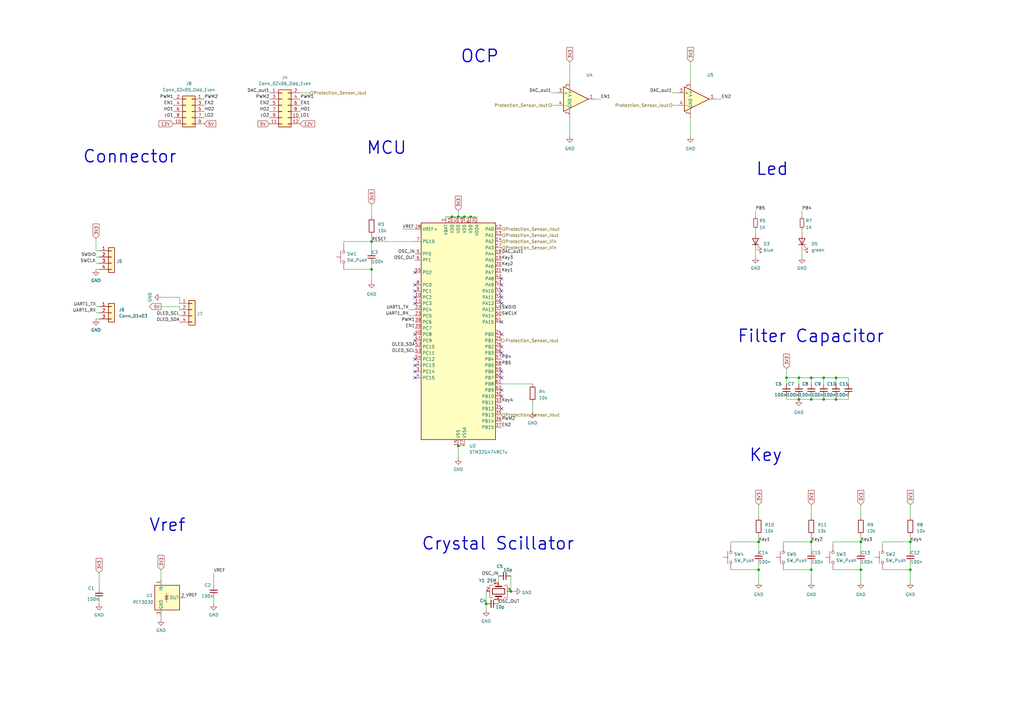
<source format=kicad_sch>
(kicad_sch (version 20231120) (generator "eeschema") (generator_version "8.0")
  (paper "A3")
  (lib_symbols
    (symbol "Amplifier_Current:INA180A3" (pin_names (offset 0.127))
      (property "Reference" "U" (at 3.81 3.81 0))
      (property "Value" "INA180A3" (at 3.81 -2.54 0))
      (symbol "INA180A3_0_1"
        (polyline (pts (xy 5.08 0) (xy -5.08 5.08) (xy -5.08 -5.08) (xy 5.08 0)) (stroke (width 0.254)) (fill (type background)))
      )
      (symbol "INA180A3_1_1"
        (pin output line (at 7.62 0 180) (length 2.54) (name "~") (number "1"))
        (pin power_in line (at -2.54 -7.62 90) (length 3.81) (name "GND") (number "2"))
        (pin input line (at -7.62 2.54 0) (length 2.54) (name "+") (number "3"))
        (pin input line (at -7.62 -2.54 0) (length 2.54) (name "-") (number "4"))
        (pin power_in line (at -2.54 7.62 270) (length 3.81) (name "V+") (number "5"))
      )
    )
    (symbol "Connector_Generic:Conn_01x03" (pin_names (offset 1.016) hide)
      (property "Reference" "J" (at 0 5.08 0))
      (property "Value" "Conn_01x03" (at 0 -5.08 0))
      (symbol "Conn_01x03_1_1"
        (rectangle (start -1.27 -2.413) (end 0 -2.667) (stroke (width 0.1524)))
        (rectangle (start -1.27 0.127) (end 0 -0.127) (stroke (width 0.1524)))
        (rectangle (start -1.27 2.667) (end 0 2.413) (stroke (width 0.1524)))
        (rectangle (start -1.27 3.81) (end 1.27 -3.81) (stroke (width 0.254)) (fill (type background)))
        (pin passive line (at -5.08 2.54 0) (length 3.81) (name "Pin_1") (number "1"))
        (pin passive line (at -5.08 0 0) (length 3.81) (name "Pin_2") (number "2"))
        (pin passive line (at -5.08 -2.54 0) (length 3.81) (name "Pin_3") (number "3"))
      )
    )
    (symbol "Connector_Generic:Conn_01x04" (pin_names (offset 1.016) hide)
      (property "Reference" "J" (at 0 5.08 0))
      (property "Value" "Conn_01x04" (at 0 -7.62 0))
      (symbol "Conn_01x04_1_1"
        (rectangle (start -1.27 -4.953) (end 0 -5.207) (stroke (width 0.1524)))
        (rectangle (start -1.27 -2.413) (end 0 -2.667) (stroke (width 0.1524)))
        (rectangle (start -1.27 0.127) (end 0 -0.127) (stroke (width 0.1524)))
        (rectangle (start -1.27 2.667) (end 0 2.413) (stroke (width 0.1524)))
        (rectangle (start -1.27 3.81) (end 1.27 -6.35) (stroke (width 0.254)) (fill (type background)))
        (pin passive line (at -5.08 2.54 0) (length 3.81) (name "Pin_1") (number "1"))
        (pin passive line (at -5.08 0 0) (length 3.81) (name "Pin_2") (number "2"))
        (pin passive line (at -5.08 -2.54 0) (length 3.81) (name "Pin_3") (number "3"))
        (pin passive line (at -5.08 -5.08 0) (length 3.81) (name "Pin_4") (number "4"))
      )
    )
    (symbol "Connector_Generic:Conn_02x05_Odd_Even" (pin_names (offset 1.016) hide)
      (property "Reference" "J" (at 1.27 7.62 0))
      (property "Value" "Conn_02x05_Odd_Even" (at 1.27 -7.62 0))
      (symbol "Conn_02x05_Odd_Even_1_1"
        (rectangle (start -1.27 -4.953) (end 0 -5.207) (stroke (width 0.1524)))
        (rectangle (start -1.27 -2.413) (end 0 -2.667) (stroke (width 0.1524)))
        (rectangle (start -1.27 0.127) (end 0 -0.127) (stroke (width 0.1524)))
        (rectangle (start -1.27 2.667) (end 0 2.413) (stroke (width 0.1524)))
        (rectangle (start -1.27 5.207) (end 0 4.953) (stroke (width 0.1524)))
        (rectangle (start -1.27 6.35) (end 3.81 -6.35) (stroke (width 0.254)) (fill (type background)))
        (rectangle (start 3.81 -4.953) (end 2.54 -5.207) (stroke (width 0.1524)))
        (rectangle (start 3.81 -2.413) (end 2.54 -2.667) (stroke (width 0.1524)))
        (rectangle (start 3.81 0.127) (end 2.54 -0.127) (stroke (width 0.1524)))
        (rectangle (start 3.81 2.667) (end 2.54 2.413) (stroke (width 0.1524)))
        (rectangle (start 3.81 5.207) (end 2.54 4.953) (stroke (width 0.1524)))
        (pin passive line (at -5.08 5.08 0) (length 3.81) (name "Pin_1") (number "1"))
        (pin passive line (at 7.62 -5.08 180) (length 3.81) (name "Pin_10") (number "10"))
        (pin passive line (at 7.62 5.08 180) (length 3.81) (name "Pin_2") (number "2"))
        (pin passive line (at -5.08 2.54 0) (length 3.81) (name "Pin_3") (number "3"))
        (pin passive line (at 7.62 2.54 180) (length 3.81) (name "Pin_4") (number "4"))
        (pin passive line (at -5.08 0 0) (length 3.81) (name "Pin_5") (number "5"))
        (pin passive line (at 7.62 0 180) (length 3.81) (name "Pin_6") (number "6"))
        (pin passive line (at -5.08 -2.54 0) (length 3.81) (name "Pin_7") (number "7"))
        (pin passive line (at 7.62 -2.54 180) (length 3.81) (name "Pin_8") (number "8"))
        (pin passive line (at -5.08 -5.08 0) (length 3.81) (name "Pin_9") (number "9"))
      )
    )
    (symbol "Connector_Generic:Conn_02x06_Odd_Even" (pin_names (offset 1.016) hide)
      (property "Reference" "J" (at 1.27 7.62 0))
      (property "Value" "Conn_02x06_Odd_Even" (at 1.27 -10.16 0))
      (symbol "Conn_02x06_Odd_Even_1_1"
        (rectangle (start -1.27 -7.493) (end 0 -7.747) (stroke (width 0.1524)))
        (rectangle (start -1.27 -4.953) (end 0 -5.207) (stroke (width 0.1524)))
        (rectangle (start -1.27 -2.413) (end 0 -2.667) (stroke (width 0.1524)))
        (rectangle (start -1.27 0.127) (end 0 -0.127) (stroke (width 0.1524)))
        (rectangle (start -1.27 2.667) (end 0 2.413) (stroke (width 0.1524)))
        (rectangle (start -1.27 5.207) (end 0 4.953) (stroke (width 0.1524)))
        (rectangle (start -1.27 6.35) (end 3.81 -8.89) (stroke (width 0.254)) (fill (type background)))
        (rectangle (start 3.81 -7.493) (end 2.54 -7.747) (stroke (width 0.1524)))
        (rectangle (start 3.81 -4.953) (end 2.54 -5.207) (stroke (width 0.1524)))
        (rectangle (start 3.81 -2.413) (end 2.54 -2.667) (stroke (width 0.1524)))
        (rectangle (start 3.81 0.127) (end 2.54 -0.127) (stroke (width 0.1524)))
        (rectangle (start 3.81 2.667) (end 2.54 2.413) (stroke (width 0.1524)))
        (rectangle (start 3.81 5.207) (end 2.54 4.953) (stroke (width 0.1524)))
        (pin passive line (at -5.08 5.08 0) (length 3.81) (name "Pin_1") (number "1"))
        (pin passive line (at 7.62 -5.08 180) (length 3.81) (name "Pin_10") (number "10"))
        (pin passive line (at -5.08 -7.62 0) (length 3.81) (name "Pin_11") (number "11"))
        (pin passive line (at 7.62 -7.62 180) (length 3.81) (name "Pin_12") (number "12"))
        (pin passive line (at 7.62 5.08 180) (length 3.81) (name "Pin_2") (number "2"))
        (pin passive line (at -5.08 2.54 0) (length 3.81) (name "Pin_3") (number "3"))
        (pin passive line (at 7.62 2.54 180) (length 3.81) (name "Pin_4") (number "4"))
        (pin passive line (at -5.08 0 0) (length 3.81) (name "Pin_5") (number "5"))
        (pin passive line (at 7.62 0 180) (length 3.81) (name "Pin_6") (number "6"))
        (pin passive line (at -5.08 -2.54 0) (length 3.81) (name "Pin_7") (number "7"))
        (pin passive line (at 7.62 -2.54 180) (length 3.81) (name "Pin_8") (number "8"))
        (pin passive line (at -5.08 -5.08 0) (length 3.81) (name "Pin_9") (number "9"))
      )
    )
    (symbol "Device:C_Small" (pin_numbers hide) (pin_names (offset 0.254) hide)
      (property "Reference" "C" (at 0.254 1.778 0))
      (property "Value" "C_Small" (at 0.254 -2.032 0))
      (symbol "C_Small_0_1"
        (polyline (pts (xy -1.524 -0.508) (xy 1.524 -0.508)) (stroke (width 0.3302)))
        (polyline (pts (xy -1.524 0.508) (xy 1.524 0.508)) (stroke (width 0.3048)))
      )
      (symbol "C_Small_1_1"
        (pin passive line (at 0 2.54 270) (length 2.032) (name "~") (number "1"))
        (pin passive line (at 0 -2.54 90) (length 2.032) (name "~") (number "2"))
      )
    )
    (symbol "Device:Crystal_GND24" (pin_names (offset 1.016) hide)
      (property "Reference" "Y" (at 3.175 5.08 0))
      (property "Value" "Crystal_GND24" (at 3.175 3.175 0))
      (symbol "Crystal_GND24_0_1"
        (rectangle (start -1.143 2.54) (end 1.143 -2.54) (stroke (width 0.3048)))
        (polyline (pts (xy -2.54 0) (xy -2.032 0)))
        (polyline (pts (xy -2.032 -1.27) (xy -2.032 1.27)) (stroke (width 0.508)))
        (polyline (pts (xy 0 -3.81) (xy 0 -3.556)))
        (polyline (pts (xy 0 3.556) (xy 0 3.81)))
        (polyline (pts (xy 2.032 -1.27) (xy 2.032 1.27)) (stroke (width 0.508)))
        (polyline (pts (xy 2.032 0) (xy 2.54 0)))
        (polyline (pts (xy -2.54 -2.286) (xy -2.54 -3.556) (xy 2.54 -3.556) (xy 2.54 -2.286)))
        (polyline (pts (xy -2.54 2.286) (xy -2.54 3.556) (xy 2.54 3.556) (xy 2.54 2.286)))
      )
      (symbol "Crystal_GND24_1_1"
        (pin passive line (at -3.81 0 0) (length 1.27) (name "1") (number "1"))
        (pin passive line (at 0 5.08 270) (length 1.27) (name "2") (number "2"))
        (pin passive line (at 3.81 0 180) (length 1.27) (name "3") (number "3"))
        (pin passive line (at 0 -5.08 90) (length 1.27) (name "4") (number "4"))
      )
    )
    (symbol "Device:LED" (pin_numbers hide) (pin_names (offset 1.016) hide)
      (property "Reference" "D" (at 0 2.54 0))
      (property "Value" "LED" (at 0 -2.54 0))
      (symbol "LED_0_1"
        (polyline (pts (xy -1.27 -1.27) (xy -1.27 1.27)) (stroke (width 0.254)))
        (polyline (pts (xy -1.27 0) (xy 1.27 0)))
        (polyline (pts (xy 1.27 -1.27) (xy 1.27 1.27) (xy -1.27 0) (xy 1.27 -1.27)) (stroke (width 0.254)))
        (polyline (pts (xy -3.048 -0.762) (xy -4.572 -2.286) (xy -3.81 -2.286) (xy -4.572 -2.286) (xy -4.572 -1.524)))
        (polyline (pts (xy -1.778 -0.762) (xy -3.302 -2.286) (xy -2.54 -2.286) (xy -3.302 -2.286) (xy -3.302 -1.524)))
      )
      (symbol "LED_1_1"
        (pin passive line (at -3.81 0 0) (length 2.54) (name "K") (number "1"))
        (pin passive line (at 3.81 0 180) (length 2.54) (name "A") (number "2"))
      )
    )
    (symbol "Device:R" (pin_numbers hide) (pin_names (offset 0))
      (property "Reference" "R" (at 2.032 0 90))
      (property "Value" "R" (at 0 0 90))
      (symbol "R_0_1"
        (rectangle (start -1.016 -2.54) (end 1.016 2.54) (stroke (width 0.254)))
      )
      (symbol "R_1_1"
        (pin passive line (at 0 3.81 270) (length 1.27) (name "~") (number "1"))
        (pin passive line (at 0 -3.81 90) (length 1.27) (name "~") (number "2"))
      )
    )
    (symbol "Device:R_Small" (pin_numbers hide) (pin_names (offset 0.254) hide)
      (property "Reference" "R" (at 0.762 0.508 0))
      (property "Value" "R_Small" (at 0.762 -1.016 0))
      (symbol "R_Small_0_1"
        (rectangle (start -0.762 1.778) (end 0.762 -1.778) (stroke (width 0.2032)))
      )
      (symbol "R_Small_1_1"
        (pin passive line (at 0 2.54 270) (length 0.762) (name "~") (number "1"))
        (pin passive line (at 0 -2.54 90) (length 0.762) (name "~") (number "2"))
      )
    )
    (symbol "MCU_ST_STM32G4:STM32G474RCTx"
      (property "Reference" "U" (at -15.24 46.99 0))
      (property "Value" "STM32G474RCTx" (at 10.16 46.99 0))
      (symbol "STM32G474RCTx_0_1"
        (rectangle (start -15.24 -43.18) (end 15.24 45.72) (stroke (width 0.254)) (fill (type background)))
      )
      (symbol "STM32G474RCTx_1_1"
        (pin power_in line (at -5.08 48.26 270) (length 2.54) (name "VBAT") (number "1"))
        (pin bidirectional line (at -17.78 15.24 0) (length 2.54) (name "PC2") (number "10"))
        (pin bidirectional line (at -17.78 12.7 0) (length 2.54) (name "PC3") (number "11"))
        (pin bidirectional line (at 17.78 43.18 180) (length 2.54) (name "PA0") (number "12"))
        (pin bidirectional line (at 17.78 40.64 180) (length 2.54) (name "PA1") (number "13"))
        (pin bidirectional line (at 17.78 38.1 180) (length 2.54) (name "PA2") (number "14"))
        (pin power_in line (at 0 -45.72 90) (length 2.54) (name "VSS") (number "15"))
        (pin power_in line (at -2.54 48.26 270) (length 2.54) (name "VDD") (number "16"))
        (pin bidirectional line (at 17.78 35.56 180) (length 2.54) (name "PA3") (number "17"))
        (pin bidirectional line (at 17.78 33.02 180) (length 2.54) (name "PA4") (number "18"))
        (pin bidirectional line (at 17.78 30.48 180) (length 2.54) (name "PA5") (number "19"))
        (pin bidirectional line (at -17.78 -12.7 0) (length 2.54) (name "PC13") (number "2"))
        (pin bidirectional line (at 17.78 27.94 180) (length 2.54) (name "PA6") (number "20"))
        (pin bidirectional line (at 17.78 25.4 180) (length 2.54) (name "PA7") (number "21"))
        (pin bidirectional line (at -17.78 10.16 0) (length 2.54) (name "PC4") (number "22"))
        (pin bidirectional line (at -17.78 7.62 0) (length 2.54) (name "PC5") (number "23"))
        (pin bidirectional line (at 17.78 0 180) (length 2.54) (name "PB0") (number "24"))
        (pin bidirectional line (at 17.78 -2.54 180) (length 2.54) (name "PB1") (number "25"))
        (pin bidirectional line (at 17.78 -5.08 180) (length 2.54) (name "PB2") (number "26"))
        (pin power_in line (at 2.54 -45.72 90) (length 2.54) (name "VSSA") (number "27"))
        (pin input line (at -17.78 43.18 0) (length 2.54) (name "VREF+") (number "28"))
        (pin power_in line (at 7.62 48.26 270) (length 2.54) (name "VDDA") (number "29"))
        (pin bidirectional line (at -17.78 -15.24 0) (length 2.54) (name "PC14") (number "3"))
        (pin bidirectional line (at 17.78 -25.4 180) (length 2.54) (name "PB10") (number "30"))
        (pin passive line (at 0 -45.72 90) (length 2.54) hide (name "VSS") (number "31"))
        (pin power_in line (at 0 48.26 270) (length 2.54) (name "VDD") (number "32"))
        (pin bidirectional line (at 17.78 -27.94 180) (length 2.54) (name "PB11") (number "33"))
        (pin bidirectional line (at 17.78 -30.48 180) (length 2.54) (name "PB12") (number "34"))
        (pin bidirectional line (at 17.78 -33.02 180) (length 2.54) (name "PB13") (number "35"))
        (pin bidirectional line (at 17.78 -35.56 180) (length 2.54) (name "PB14") (number "36"))
        (pin bidirectional line (at 17.78 -38.1 180) (length 2.54) (name "PB15") (number "37"))
        (pin bidirectional line (at -17.78 5.08 0) (length 2.54) (name "PC6") (number "38"))
        (pin bidirectional line (at -17.78 2.54 0) (length 2.54) (name "PC7") (number "39"))
        (pin bidirectional line (at -17.78 -17.78 0) (length 2.54) (name "PC15") (number "4"))
        (pin bidirectional line (at -17.78 0 0) (length 2.54) (name "PC8") (number "40"))
        (pin bidirectional line (at -17.78 -2.54 0) (length 2.54) (name "PC9") (number "41"))
        (pin bidirectional line (at 17.78 22.86 180) (length 2.54) (name "PA8") (number "42"))
        (pin bidirectional line (at 17.78 20.32 180) (length 2.54) (name "PA9") (number "43"))
        (pin bidirectional line (at 17.78 17.78 180) (length 2.54) (name "PA10") (number "44"))
        (pin bidirectional line (at 17.78 15.24 180) (length 2.54) (name "PA11") (number "45"))
        (pin bidirectional line (at 17.78 12.7 180) (length 2.54) (name "PA12") (number "46"))
        (pin passive line (at 0 -45.72 90) (length 2.54) hide (name "VSS") (number "47"))
        (pin power_in line (at 2.54 48.26 270) (length 2.54) (name "VDD") (number "48"))
        (pin bidirectional line (at 17.78 10.16 180) (length 2.54) (name "PA13") (number "49"))
        (pin bidirectional line (at -17.78 33.02 0) (length 2.54) (name "PF0") (number "5"))
        (pin bidirectional line (at 17.78 7.62 180) (length 2.54) (name "PA14") (number "50"))
        (pin bidirectional line (at 17.78 5.08 180) (length 2.54) (name "PA15") (number "51"))
        (pin bidirectional line (at -17.78 -5.08 0) (length 2.54) (name "PC10") (number "52"))
        (pin bidirectional line (at -17.78 -7.62 0) (length 2.54) (name "PC11") (number "53"))
        (pin bidirectional line (at -17.78 -10.16 0) (length 2.54) (name "PC12") (number "54"))
        (pin bidirectional line (at -17.78 25.4 0) (length 2.54) (name "PD2") (number "55"))
        (pin bidirectional line (at 17.78 -7.62 180) (length 2.54) (name "PB3") (number "56"))
        (pin bidirectional line (at 17.78 -10.16 180) (length 2.54) (name "PB4") (number "57"))
        (pin bidirectional line (at 17.78 -12.7 180) (length 2.54) (name "PB5") (number "58"))
        (pin bidirectional line (at 17.78 -15.24 180) (length 2.54) (name "PB6") (number "59"))
        (pin bidirectional line (at -17.78 30.48 0) (length 2.54) (name "PF1") (number "6"))
        (pin bidirectional line (at 17.78 -17.78 180) (length 2.54) (name "PB7") (number "60"))
        (pin bidirectional line (at 17.78 -20.32 180) (length 2.54) (name "PB8") (number "61"))
        (pin bidirectional line (at 17.78 -22.86 180) (length 2.54) (name "PB9") (number "62"))
        (pin passive line (at 0 -45.72 90) (length 2.54) hide (name "VSS") (number "63"))
        (pin power_in line (at 5.08 48.26 270) (length 2.54) (name "VDD") (number "64"))
        (pin bidirectional line (at -17.78 38.1 0) (length 2.54) (name "PG10") (number "7"))
        (pin bidirectional line (at -17.78 20.32 0) (length 2.54) (name "PC0") (number "8"))
        (pin bidirectional line (at -17.78 17.78 0) (length 2.54) (name "PC1") (number "9"))
      )
    )
    (symbol "Power:GND" (power) (pin_names (offset 0))
      (property "Value" "GND" (at 0 -3.81 0))
      (symbol "GND_0_1"
        (polyline (pts (xy 0 0) (xy 0 -1.27) (xy 1.27 -1.27) (xy 0 -2.54) (xy -1.27 -1.27) (xy 0 -1.27)))
      )
      (symbol "GND_1_1"
        (pin power_in line (at 0 0 270) (length 0) hide (name "GND") (number "1"))
      )
    )
    (symbol "Reference_Voltage:REF3030" (pin_names (offset 0.254))
      (property "Reference" "U" (at 0 6.35 0))
      (property "Value" "REF3030" (at 2.54 -6.35 0))
      (symbol "REF3030_0_1"
        (rectangle (start -5.08 5.08) (end 5.08 -5.08) (stroke (width 0.254)) (fill (type background)))
        (polyline (pts (xy -0.254 1.905) (xy -0.254 -1.905)))
        (polyline (pts (xy -0.889 -0.635) (xy 0.381 -0.635) (xy -0.254 0.635) (xy -0.889 -0.635)))
        (polyline (pts (xy 0.381 1.016) (xy 0.381 0.635) (xy -0.889 0.635) (xy -0.889 0.254)))
      )
      (symbol "REF3030_1_1"
        (pin power_in line (at -2.54 7.62 270) (length 2.54) (name "IN") (number "1"))
        (pin power_out line (at 7.62 0 180) (length 2.54) (name "OUT") (number "2"))
        (pin power_in line (at -2.54 -7.62 90) (length 2.54) (name "GND") (number "3"))
      )
    )
    (symbol "Switch:SW_Push" (pin_numbers hide) (pin_names (offset 1.016) hide)
      (property "Reference" "SW" (at 1.27 2.54 0))
      (property "Value" "SW_Push" (at 0 -1.524 0))
      (symbol "SW_Push_0_1"
        (circle (center -2.032 0) (radius 0.508))
        (polyline (pts (xy 0 1.27) (xy 0 3.048)))
        (polyline (pts (xy 2.54 1.27) (xy -2.54 1.27)))
        (circle (center 2.032 0) (radius 0.508))
        (pin passive line (at -5.08 0 0) (length 2.54) (name "1") (number "1"))
        (pin passive line (at 5.08 0 180) (length 2.54) (name "2") (number "2"))
      )
    )
    (symbol "power:GND" (power) (pin_names (offset 0))
      (property "Value" "GND" (at 0 -3.81 0))
      (symbol "GND_0_1"
        (polyline (pts (xy 0 0) (xy 0 -1.27) (xy 1.27 -1.27) (xy 0 -2.54) (xy -1.27 -1.27) (xy 0 -1.27)))
      )
      (symbol "GND_1_1"
        (pin power_in line (at 0 0 270) (length 0) hide (name "GND") (number "1"))
      )
    )
  )
  (junction (at 199.39 247.65))
  (junction (at 322.58 154.94))
  (junction (at 185.42 88.9))
  (junction (at 311.15 222.25))
  (junction (at 342.9 163.83))
  (junction (at 152.4 110.49))
  (junction (at 327.66 163.83))
  (junction (at 353.06 222.25))
  (junction (at 373.38 233.68))
  (junction (at 187.96 182.88))
  (junction (at 332.74 233.68))
  (junction (at 190.5 88.9))
  (junction (at 353.06 233.68))
  (junction (at 332.74 154.94))
  (junction (at 337.82 154.94))
  (junction (at 327.66 154.94))
  (junction (at 311.15 233.68))
  (junction (at 332.74 222.25))
  (junction (at 337.82 163.83))
  (junction (at 187.96 88.9))
  (junction (at 373.38 222.25))
  (junction (at 342.9 154.94))
  (junction (at 332.74 163.83))
  (junction (at 152.4 99.06))
  (junction (at 209.55 242.57))
  (junction (at 193.04 88.9))
  (no_connect (at 205.74 132.08))
  (no_connect (at 170.18 124.46))
  (no_connect (at 170.18 147.32))
  (no_connect (at 170.18 116.84))
  (no_connect (at 170.18 111.76))
  (no_connect (at 205.74 119.38))
  (no_connect (at 205.74 154.94))
  (no_connect (at 170.18 119.38))
  (no_connect (at 205.74 160.02))
  (no_connect (at 170.18 149.86))
  (no_connect (at 205.74 121.92))
  (no_connect (at 205.74 116.84))
  (no_connect (at 170.18 154.94))
  (no_connect (at 170.18 139.7))
  (no_connect (at 205.74 137.16))
  (no_connect (at 205.74 167.64))
  (no_connect (at 170.18 137.16))
  (no_connect (at 205.74 144.78))
  (no_connect (at 205.74 162.56))
  (no_connect (at 205.74 152.4))
  (no_connect (at 170.18 152.4))
  (no_connect (at 205.74 124.46))
  (no_connect (at 205.74 142.24))
  (no_connect (at 170.18 121.92))
  (no_connect (at 205.74 114.3))
  (wire (pts (xy 373.38 231.14) (xy 373.38 233.68)))
  (wire (pts (xy 39.37 130.81) (xy 40.64 130.81)))
  (wire (pts (xy 226.06 43.18) (xy 228.6 43.18)))
  (wire (pts (xy 226.06 38.1) (xy 228.6 38.1)))
  (wire (pts (xy 199.39 242.57) (xy 199.39 247.65)))
  (wire (pts (xy 66.04 233.68) (xy 66.04 237.49)))
  (wire (pts (xy 39.37 97.79) (xy 39.37 102.87)))
  (wire (pts (xy 353.06 219.71) (xy 353.06 222.25)))
  (wire (pts (xy 361.95 233.68) (xy 373.38 233.68)))
  (wire (pts (xy 353.06 222.25) (xy 353.06 226.06)))
  (wire (pts (xy 332.74 207.01) (xy 332.74 212.09)))
  (wire (pts (xy 327.66 154.94) (xy 327.66 157.48)))
  (wire (pts (xy 190.5 182.88) (xy 187.96 182.88)))
  (wire (pts (xy 140.97 110.49) (xy 152.4 110.49)))
  (wire (pts (xy 327.66 163.83) (xy 332.74 163.83)))
  (wire (pts (xy 204.47 236.22) (xy 204.47 238.76)))
  (wire (pts (xy 39.37 107.95) (xy 40.64 107.95)))
  (wire (pts (xy 152.4 110.49) (xy 152.4 115.57)))
  (wire (pts (xy 299.72 222.25) (xy 311.15 222.25)))
  (wire (pts (xy 66.04 125.73) (xy 73.66 125.73)))
  (wire (pts (xy 152.4 99.06) (xy 170.18 99.06)))
  (wire (pts (xy 152.4 83.82) (xy 152.4 88.9)))
  (wire (pts (xy 347.98 162.56) (xy 347.98 163.83)))
  (wire (pts (xy 353.06 233.68) (xy 353.06 238.76)))
  (wire (pts (xy 353.06 207.01) (xy 353.06 212.09)))
  (wire (pts (xy 341.63 222.25) (xy 353.06 222.25)))
  (wire (pts (xy 40.64 246.38) (xy 40.64 247.65)))
  (wire (pts (xy 299.72 223.52) (xy 299.72 222.25)))
  (wire (pts (xy 321.31 222.25) (xy 332.74 222.25)))
  (wire (pts (xy 311.15 207.01) (xy 311.15 212.09)))
  (wire (pts (xy 328.93 93.98) (xy 328.93 95.25)))
  (wire (pts (xy 327.66 154.94) (xy 332.74 154.94)))
  (wire (pts (xy 243.84 40.64) (xy 246.38 40.64)))
  (wire (pts (xy 204.47 246.38) (xy 204.47 247.65)))
  (wire (pts (xy 322.58 151.13) (xy 322.58 154.94)))
  (wire (pts (xy 190.5 88.9) (xy 193.04 88.9)))
  (wire (pts (xy 332.74 231.14) (xy 332.74 233.68)))
  (wire (pts (xy 167.64 127) (xy 170.18 127)))
  (wire (pts (xy 87.63 234.95) (xy 87.63 240.03)))
  (wire (pts (xy 187.96 86.36) (xy 187.96 88.9)))
  (wire (pts (xy 165.1 93.98) (xy 170.18 93.98)))
  (wire (pts (xy 209.55 236.22) (xy 209.55 242.57)))
  (wire (pts (xy 342.9 162.56) (xy 342.9 163.83)))
  (wire (pts (xy 182.88 88.9) (xy 185.42 88.9)))
  (wire (pts (xy 311.15 231.14) (xy 311.15 233.68)))
  (wire (pts (xy 205.74 157.48) (xy 218.44 157.48)))
  (wire (pts (xy 373.38 219.71) (xy 373.38 222.25)))
  (wire (pts (xy 39.37 105.41) (xy 40.64 105.41)))
  (wire (pts (xy 39.37 102.87) (xy 40.64 102.87)))
  (wire (pts (xy 152.4 107.95) (xy 152.4 110.49)))
  (wire (pts (xy 73.66 121.92) (xy 73.66 124.46)))
  (wire (pts (xy 327.66 162.56) (xy 327.66 163.83)))
  (wire (pts (xy 152.4 99.06) (xy 152.4 102.87)))
  (wire (pts (xy 39.37 110.49) (xy 40.64 110.49)))
  (wire (pts (xy 332.74 222.25) (xy 332.74 226.06)))
  (wire (pts (xy 283.21 48.26) (xy 283.21 55.88)))
  (wire (pts (xy 342.9 163.83) (xy 347.98 163.83)))
  (wire (pts (xy 361.95 222.25) (xy 373.38 222.25)))
  (wire (pts (xy 311.15 219.71) (xy 311.15 222.25)))
  (wire (pts (xy 140.97 99.06) (xy 152.4 99.06)))
  (wire (pts (xy 353.06 231.14) (xy 353.06 233.68)))
  (wire (pts (xy 275.59 38.1) (xy 278.13 38.1)))
  (wire (pts (xy 299.72 233.68) (xy 311.15 233.68)))
  (wire (pts (xy 328.93 86.36) (xy 328.93 88.9)))
  (wire (pts (xy 39.37 128.27) (xy 40.64 128.27)))
  (wire (pts (xy 337.82 163.83) (xy 342.9 163.83)))
  (wire (pts (xy 322.58 154.94) (xy 322.58 157.48)))
  (wire (pts (xy 361.95 223.52) (xy 361.95 222.25)))
  (wire (pts (xy 309.88 86.36) (xy 309.88 88.9)))
  (wire (pts (xy 283.21 25.4) (xy 283.21 33.02)))
  (wire (pts (xy 322.58 162.56) (xy 322.58 163.83)))
  (wire (pts (xy 152.4 96.52) (xy 152.4 99.06)))
  (wire (pts (xy 311.15 222.25) (xy 311.15 226.06)))
  (wire (pts (xy 337.82 154.94) (xy 337.82 157.48)))
  (wire (pts (xy 233.68 48.26) (xy 233.68 55.88)))
  (wire (pts (xy 322.58 154.94) (xy 327.66 154.94)))
  (wire (pts (xy 218.44 165.1) (xy 218.44 168.91)))
  (wire (pts (xy 373.38 222.25) (xy 373.38 226.06)))
  (wire (pts (xy 309.88 93.98) (xy 309.88 95.25)))
  (wire (pts (xy 342.9 154.94) (xy 347.98 154.94)))
  (wire (pts (xy 309.88 102.87) (xy 309.88 105.41)))
  (wire (pts (xy 193.04 88.9) (xy 195.58 88.9)))
  (wire (pts (xy 321.31 223.52) (xy 321.31 222.25)))
  (wire (pts (xy 342.9 154.94) (xy 342.9 157.48)))
  (wire (pts (xy 332.74 219.71) (xy 332.74 222.25)))
  (wire (pts (xy 293.37 40.64) (xy 295.91 40.64)))
  (wire (pts (xy 311.15 233.68) (xy 311.15 238.76)))
  (wire (pts (xy 66.04 121.92) (xy 73.66 121.92)))
  (wire (pts (xy 322.58 163.83) (xy 327.66 163.83)))
  (wire (pts (xy 187.96 88.9) (xy 190.5 88.9)))
  (wire (pts (xy 167.64 129.54) (xy 170.18 129.54)))
  (wire (pts (xy 332.74 162.56) (xy 332.74 163.83)))
  (wire (pts (xy 332.74 233.68) (xy 332.74 238.76)))
  (wire (pts (xy 199.39 247.65) (xy 199.39 250.19)))
  (wire (pts (xy 337.82 162.56) (xy 337.82 163.83)))
  (wire (pts (xy 332.74 163.83) (xy 337.82 163.83)))
  (wire (pts (xy 40.64 234.95) (xy 40.64 241.3)))
  (wire (pts (xy 337.82 154.94) (xy 342.9 154.94)))
  (wire (pts (xy 66.04 252.73) (xy 66.04 254)))
  (wire (pts (xy 341.63 233.68) (xy 353.06 233.68)))
  (wire (pts (xy 373.38 207.01) (xy 373.38 212.09)))
  (wire (pts (xy 321.31 233.68) (xy 332.74 233.68)))
  (wire (pts (xy 328.93 102.87) (xy 328.93 105.41)))
  (wire (pts (xy 87.63 245.11) (xy 87.63 247.65)))
  (wire (pts (xy 185.42 88.9) (xy 187.96 88.9)))
  (wire (pts (xy 347.98 154.94) (xy 347.98 157.48)))
  (wire (pts (xy 187.96 182.88) (xy 187.96 187.96)))
  (wire (pts (xy 332.74 154.94) (xy 337.82 154.94)))
  (wire (pts (xy 275.59 43.18) (xy 278.13 43.18)))
  (wire (pts (xy 127 38.1) (xy 123.19 38.1)))
  (wire (pts (xy 73.66 125.73) (xy 73.66 127)))
  (wire (pts (xy 373.38 233.68) (xy 373.38 238.76)))
  (wire (pts (xy 209.55 242.57) (xy 210.82 242.57)))
  (wire (pts (xy 332.74 154.94) (xy 332.74 157.48)))
  (wire (pts (xy 341.63 223.52) (xy 341.63 222.25)))
  (wire (pts (xy 39.37 125.73) (xy 40.64 125.73)))
  (wire (pts (xy 140.97 100.33) (xy 140.97 99.06)))
  (wire (pts (xy 233.68 25.4) (xy 233.68 33.02)))
  (text "Connector" (at 33.782 67.31 0) (effects (font (size 5.08 5.08) (thickness 0.508) (bold yes)) (justify left bottom)))
  (text "Led" (at 309.88 72.39 0) (effects (font (size 5.08 5.08) (thickness 0.508) (bold yes)) (justify left bottom)))
  (text "Vref\n" (at 60.96 218.44 0) (effects (font (size 5.08 5.08) (thickness 0.508) (bold yes)) (justify left bottom)))
  (text "Crystal Scillator" (at 172.72 226.06 0) (effects (font (size 5.08 5.08) (thickness 0.508) (bold yes)) (justify left bottom)))
  (text "MCU" (at 150.114 63.754 0) (effects (font (size 5.08 5.08) (thickness 0.508) (bold yes)) (justify left bottom)))
  (text "Filter Capacitor" (at 302.26 140.97 0) (effects (font (size 5.08 5.08) (thickness 0.508) (bold yes)) (justify left bottom)))
  (text "Key" (at 307.086 189.738 0) (effects (font (size 5.08 5.08) (thickness 0.508) (bold yes)) (justify left bottom)))
  (text "OCP" (at 188.722 26.162 0) (effects (font (size 5.08 5.08) (thickness 0.508) (bold yes)) (justify left bottom)))
  (label "PWM1" (at 71.12 40.64 180))
  (label "PWM1" (at 123.19 40.64 0))
  (label "OLED_SDA" (at 170.18 142.24 180))
  (label "HO1" (at 123.19 45.72 0))
  (label "UART1_TX" (at 167.64 127 180))
  (label "Key4" (at 205.74 165.1 0))
  (label "OSC_OUT" (at 204.47 247.65 0))
  (label "DAC_out1" (at 226.06 38.1 180))
  (label "VREF" (at 87.63 234.95 0))
  (label "Key4" (at 373.38 222.25 0))
  (label "PB4" (at 328.93 86.36 0))
  (label "EN1" (at 71.12 43.18 180))
  (label "DAC_out1" (at 205.74 104.14 0))
  (label "EN2" (at 83.82 43.18 0))
  (label "LO2" (at 83.82 48.26 0))
  (label "PB4" (at 205.74 147.32 0))
  (label "LO1" (at 71.12 48.26 180))
  (label "PWM2" (at 83.82 40.64 0))
  (label "EN1" (at 246.38 40.64 0))
  (label "HO1" (at 71.12 45.72 180))
  (label "Key2" (at 205.74 109.22 0))
  (label "Key1" (at 205.74 111.76 0))
  (label "EN1" (at 170.18 134.62 180))
  (label "OSC_OUT" (at 170.18 106.68 180))
  (label "VREF" (at 165.1 93.98 0))
  (label "VREF" (at 76.2 245.11 0))
  (label "PWM2" (at 110.49 40.64 180))
  (label "LO1" (at 123.19 48.26 0))
  (label "PB5" (at 205.74 149.86 0))
  (label "Key3" (at 353.06 222.25 0))
  (label "HO2" (at 110.49 45.72 180))
  (label "SWCLK" (at 205.74 129.54 0))
  (label "UART1_TX" (at 39.37 125.73 180))
  (label "PWM1" (at 170.18 132.08 180))
  (label "SWDIO" (at 205.74 127 0))
  (label "SWDIO" (at 39.37 105.41 180))
  (label "Key2" (at 332.74 222.25 0))
  (label "PWM2" (at 205.74 172.72 0))
  (label "OSC_IN" (at 204.47 236.22 180))
  (label "OLED_SCL" (at 73.66 129.54 180))
  (label "PB5" (at 309.88 86.36 0))
  (label "EN2" (at 205.74 175.26 0))
  (label "Key3" (at 205.74 106.68 0))
  (label "LO2" (at 110.49 48.26 180))
  (label "UART1_RX" (at 167.64 129.54 180))
  (label "OLED_SDA" (at 73.66 132.08 180))
  (label "SWCLK" (at 39.37 107.95 180))
  (label "OLED_SCL" (at 170.18 144.78 180))
  (label "DAC_out1" (at 275.59 38.1 180))
  (label "Key1" (at 311.15 222.25 0))
  (label "EN2" (at 110.49 43.18 180))
  (label "RESET" (at 152.4 99.06 0))
  (label "DAC_out1" (at 110.49 38.1 180))
  (label "EN1" (at 123.19 43.18 0))
  (label "HO2" (at 83.82 45.72 0))
  (label "OSC_IN" (at 170.18 104.14 180))
  (label "EN2" (at 295.91 40.64 0))
  (label "UART1_RX" (at 39.37 128.27 180))
  (global_label "12V" (shape input) (at 71.12 50.8 180) (property "Intersheetrefs" "${INTERSHEET_REFS}" (effects (hide yes))))
  (global_label "3V3" (shape input) (at 373.38 207.01 90) (property "Intersheetrefs" "${INTERSHEET_REFS}" (effects (hide yes))))
  (global_label "3V3" (shape input) (at 332.74 207.01 90) (property "Intersheetrefs" "${INTERSHEET_REFS}" (effects (hide yes))))
  (global_label "3V3" (shape input) (at 152.4 83.82 90) (property "Intersheetrefs" "${INTERSHEET_REFS}" (effects (hide yes))))
  (global_label "3V3" (shape input) (at 353.06 207.01 90) (property "Intersheetrefs" "${INTERSHEET_REFS}" (effects (hide yes))))
  (global_label "3V3" (shape input) (at 66.04 233.68 90) (property "Intersheetrefs" "${INTERSHEET_REFS}" (effects (hide yes))))
  (global_label "3V3" (shape input) (at 322.58 151.13 90) (property "Intersheetrefs" "${INTERSHEET_REFS}" (effects (hide yes))))
  (global_label "3V3" (shape input) (at 311.15 207.01 90) (property "Intersheetrefs" "${INTERSHEET_REFS}" (effects (hide yes))))
  (global_label "3V3" (shape input) (at 283.21 25.4 90) (property "Intersheetrefs" "${INTERSHEET_REFS}" (effects (hide yes))))
  (global_label "3V3" (shape input) (at 187.96 86.36 90) (property "Intersheetrefs" "${INTERSHEET_REFS}" (effects (hide yes))))
  (global_label "5V" (shape input) (at 110.49 50.8 180) (property "Intersheetrefs" "${INTERSHEET_REFS}" (effects (hide yes))))
  (global_label "3V3" (shape input) (at 39.37 97.79 90) (property "Intersheetrefs" "${INTERSHEET_REFS}" (effects (hide yes))))
  (global_label "5V" (shape output) (at 66.04 125.73 180) (property "Intersheetrefs" "${INTERSHEET_REFS}" (effects (hide yes))))
  (global_label "5V" (shape input) (at 83.82 50.8 0) (property "Intersheetrefs" "${INTERSHEET_REFS}" (effects (hide yes))))
  (global_label "3V3" (shape input) (at 40.64 234.95 90) (property "Intersheetrefs" "${INTERSHEET_REFS}" (effects (hide yes))))
  (global_label "3V3" (shape input) (at 233.68 25.4 90) (property "Intersheetrefs" "${INTERSHEET_REFS}" (effects (hide yes))))
  (global_label "12V" (shape input) (at 123.19 50.8 0) (property "Intersheetrefs" "${INTERSHEET_REFS}" (effects (hide yes))))
  (hierarchical_label "Protection_Sensor_Vout" (shape input) (at 205.74 170.18 0))
  (hierarchical_label "Protection_Sensor_Vin" (shape input) (at 205.74 99.06 0))
  (hierarchical_label "Protection_Sensor_Iout" (shape output) (at 226.06 43.18 180))
  (hierarchical_label "Protection_Sensor_Iout" (shape output) (at 205.74 139.7 0))
  (hierarchical_label "Protection_Sensor_Iout" (shape input) (at 205.74 96.52 0))
  (hierarchical_label "Protection_Sensor_Vin" (shape input) (at 205.74 101.6 0))
  (hierarchical_label "Protection_Sensor_Iout" (shape output) (at 275.59 43.18 180))
  (hierarchical_label "Protection_Sensor_Vout" (shape input) (at 205.74 93.98 0))
  (hierarchical_label "Protection_Sensor_Iout" (shape input) (at 127 38.1 0))
  (symbol (lib_id "Power:GND") (at 353.06 238.76 0) (unit 1)
    (property "Reference" "#PWR013" (effects (hide yes)))
    (property "Value" "GND" (at 353.06 243.84 0))
  )
  (symbol (lib_id "Device:R") (at 353.06 215.9 0) (unit 1)
    (property "Reference" "R9" (at 355.6 215.265 0) (effects (justify left)))
    (property "Value" "10k" (at 355.6 217.805 0) (effects (justify left)))
    (property "Footprint" "Resistor_SMD:R_0603_1608Metric_Pad0.98x0.95mm_HandSolder" (effects (hide yes)))
  )
  (symbol (lib_id "Device:R") (at 332.74 215.9 0) (unit 1)
    (property "Reference" "R11" (at 335.28 215.265 0) (effects (justify left)))
    (property "Value" "10k" (at 335.28 217.805 0) (effects (justify left)))
    (property "Footprint" "Resistor_SMD:R_0603_1608Metric_Pad0.98x0.95mm_HandSolder" (effects (hide yes)))
  )
  (symbol (lib_id "Device:R") (at 373.38 215.9 0) (unit 1)
    (property "Reference" "R8" (at 375.92 215.265 0) (effects (justify left)))
    (property "Value" "10k" (at 375.92 217.805 0) (effects (justify left)))
    (property "Footprint" "Resistor_SMD:R_0603_1608Metric_Pad0.98x0.95mm_HandSolder" (effects (hide yes)))
  )
  (symbol (lib_id "Device:Crystal_GND24") (at 204.47 242.57 90) (unit 1)
    (property "Reference" "Y1" (at 197.612 238.125 90))
    (property "Value" "25M" (at 201.676 238.125 90))
    (property "Footprint" "Crystal:Crystal_SMD_3225-4Pin_3.2x2.5mm" (effects (hide yes)))
  )
  (symbol (lib_id "power:GND") (at 328.93 105.41 0) (unit 1)
    (property "Reference" "#PWR023" (effects (hide yes)))
    (property "Value" "GND" (at 328.93 109.9725 0))
  )
  (symbol (lib_id "Device:R") (at 218.44 161.29 0) (unit 1)
    (property "Reference" "R4" (at 220.98 160.655 0) (effects (justify left)))
    (property "Value" "10k" (at 220.98 163.195 0) (effects (justify left)))
    (property "Footprint" "Resistor_SMD:R_0603_1608Metric_Pad0.98x0.95mm_HandSolder" (effects (hide yes)))
  )
  (symbol (lib_id "Device:R_Small") (at 328.93 91.44 0) (unit 1)
    (property "Reference" "R7" (at 330.4286 90.5315 0) (effects (justify left)))
    (property "Value" "1K" (at 330.4286 93.3066 0) (effects (justify left)))
    (property "Footprint" "Resistor_SMD:R_0603_1608Metric_Pad0.98x0.95mm_HandSolder" (effects (hide yes)))
  )
  (symbol (lib_id "Power:GND") (at 373.38 238.76 0) (unit 1)
    (property "Reference" "#PWR012" (effects (hide yes)))
    (property "Value" "GND" (at 373.38 243.84 0))
  )
  (symbol (lib_id "Switch:SW_Push") (at 321.31 228.6 90) (unit 1)
    (property "Reference" "SW5" (at 322.58 227.3299 90) (effects (justify right)))
    (property "Value" "SW_Push" (at 322.58 229.8699 90) (effects (justify right)))
    (property "Footprint" "BuckBoost:SW-SMD_4P-L4.2-W3.3-P2.15-LS5.1" (effects (hide yes)))
    (property "Description" "Push button switch, generic, two pins" (effects (hide yes)))
  )
  (symbol (lib_id "Device:C_Small") (at 337.82 160.02 0) (mirror x) (unit 1)
    (property "Reference" "C9" (at 334.01 157.48 0) (effects (justify left)))
    (property "Value" "100n" (at 332.74 161.925 0) (effects (justify left)))
    (property "Footprint" "Capacitor_SMD:C_0603_1608Metric_Pad1.08x0.95mm_HandSolder" (effects (hide yes)))
  )
  (symbol (lib_id "Device:C_Small") (at 322.58 160.02 0) (mirror x) (unit 1)
    (property "Reference" "C6" (at 320.675 157.48 0) (effects (justify right)))
    (property "Value" "100n" (at 322.58 161.925 0) (effects (justify right)))
    (property "Footprint" "Capacitor_SMD:C_0603_1608Metric_Pad1.08x0.95mm_HandSolder" (effects (hide yes)))
  )
  (symbol (lib_id "power:GND") (at 40.64 247.65 0) (unit 1)
    (property "Reference" "#PWR06" (effects (hide yes)))
    (property "Value" "GND" (at 40.64 252.2125 0))
  )
  (symbol (lib_id "Device:C_Small") (at 332.74 160.02 0) (mirror x) (unit 1)
    (property "Reference" "C8" (at 328.93 157.48 0) (effects (justify left)))
    (property "Value" "100n" (at 327.66 161.925 0) (effects (justify left)))
    (property "Footprint" "Capacitor_SMD:C_0603_1608Metric_Pad1.08x0.95mm_HandSolder" (effects (hide yes)))
  )
  (symbol (lib_id "Device:LED") (at 328.93 99.06 90) (unit 1)
    (property "Reference" "D5" (at 332.74 100.0125 90) (effects (justify right)))
    (property "Value" "green" (at 332.74 102.5525 90) (effects (justify right)))
    (property "Footprint" "LED_SMD:LED_0603_1608Metric_Pad1.05x0.95mm_HandSolder" (effects (hide yes)))
  )
  (symbol (lib_id "Device:R_Small") (at 309.88 91.44 0) (unit 1)
    (property "Reference" "R5" (at 311.3786 90.5315 0) (effects (justify left)))
    (property "Value" "1K" (at 311.3786 93.3066 0) (effects (justify left)))
    (property "Footprint" "Resistor_SMD:R_0603_1608Metric_Pad0.98x0.95mm_HandSolder" (effects (hide yes)))
  )
  (symbol (lib_id "Connector_Generic:Conn_02x06_Odd_Even") (at 115.57 43.18 0) (unit 1)
    (property "Reference" "J4" (at 116.84 31.75 0))
    (property "Value" "Conn_02x06_Odd_Even" (at 116.84 34.29 0))
    (property "Footprint" "Connector_PinHeader_2.54mm:PinHeader_2x06_P2.54mm_Vertical_SMD" (effects (hide yes)))
    (property "Description" "Generic connector, double row, 02x06, odd/even pin numbering scheme (row 1 odd numbers, row 2 even numbers), script generated (kicad-library-utils/schlib/autogen/connector/)" (effects (hide yes)))
  )
  (symbol (lib_id "Device:C_Small") (at 327.66 160.02 0) (mirror x) (unit 1)
    (property "Reference" "C7" (at 325.755 157.48 0) (effects (justify right)))
    (property "Value" "100n" (at 327.66 161.925 0) (effects (justify right)))
    (property "Footprint" "Capacitor_SMD:C_0603_1608Metric_Pad1.08x0.95mm_HandSolder" (effects (hide yes)))
  )
  (symbol (lib_id "Connector_Generic:Conn_02x05_Odd_Even") (at 78.74 45.72 0) (mirror y) (unit 1)
    (property "Reference" "J8" (at 77.47 34.29 0))
    (property "Value" "Conn_02x05_Odd_Even" (at 77.47 36.83 0))
    (property "Footprint" "Connector_PinHeader_2.54mm:PinHeader_2x05_P2.54mm_Vertical_SMD" (effects (hide yes)))
    (property "Description" "Generic connector, double row, 02x05, odd/even pin numbering scheme (row 1 odd numbers, row 2 even numbers), script generated (kicad-library-utils/schlib/autogen/connector/)" (effects (hide yes)))
  )
  (symbol (lib_id "Connector_Generic:Conn_01x04") (at 78.74 127 0) (unit 1)
    (property "Reference" "J7" (at 80.772 128.749 0) (effects (justify left)))
    (property "Value" "Conn_01x04" (effects (hide yes)))
    (property "Footprint" "Connector_PinSocket_2.54mm:PinSocket_1x04_P2.54mm_Vertical" (effects (hide yes)))
  )
  (symbol (lib_id "power:GND") (at 309.88 105.41 0) (unit 1)
    (property "Reference" "#PWR020" (effects (hide yes)))
    (property "Value" "GND" (at 309.88 109.9725 0))
  )
  (symbol (lib_id "Device:C_Small") (at 207.01 236.22 270) (mirror x) (unit 1)
    (property "Reference" "C5" (at 204.978 232.283 90))
    (property "Value" "10p" (at 208.28 233.68 90))
    (property "Footprint" "Capacitor_SMD:C_0603_1608Metric_Pad1.08x0.95mm_HandSolder" (effects (hide yes)))
  )
  (symbol (lib_id "Device:C_Small") (at 347.98 160.02 0) (mirror x) (unit 1)
    (property "Reference" "C11" (at 344.17 157.48 0) (effects (justify left)))
    (property "Value" "100n" (at 342.9 161.925 0) (effects (justify left)))
    (property "Footprint" "Capacitor_SMD:C_0603_1608Metric_Pad1.08x0.95mm_HandSolder" (effects (hide yes)))
  )
  (symbol (lib_id "power:GND") (at 39.37 110.49 0) (unit 1)
    (property "Reference" "#PWR07" (effects (hide yes)))
    (property "Value" "GND" (at 39.37 115.0525 0))
  )
  (symbol (lib_id "power:GND") (at 218.44 168.91 0) (unit 1)
    (property "Reference" "#PWR019" (effects (hide yes)))
    (property "Value" "GND" (at 218.44 173.4725 0))
  )
  (symbol (lib_id "Device:C_Small") (at 373.38 228.6 0) (mirror x) (unit 1)
    (property "Reference" "C12" (at 373.38 226.695 0) (effects (justify left)))
    (property "Value" "100n" (at 373.38 230.505 0) (effects (justify left)))
    (property "Footprint" "Capacitor_SMD:C_0603_1608Metric_Pad1.08x0.95mm_HandSolder" (effects (hide yes)))
  )
  (symbol (lib_id "power:GND") (at 87.63 247.65 0) (unit 1)
    (property "Reference" "#PWR014" (effects (hide yes)))
    (property "Value" "GND" (at 87.63 252.2125 0))
  )
  (symbol (lib_id "Power:GND") (at 283.21 55.88 0) (unit 1)
    (property "Reference" "#PWR09" (effects (hide yes)))
    (property "Value" "GND" (at 283.21 60.96 0))
  )
  (symbol (lib_id "Connector_Generic:Conn_01x03") (at 45.72 128.27 0) (unit 1)
    (property "Reference" "J6" (at 48.768 127 0) (effects (justify left)))
    (property "Value" "Conn_01x03" (at 48.768 129.54 0) (effects (justify left)))
    (property "Footprint" "Connector_JST:JST_GH_SM03B-GHS-TB_1x03-1MP_P1.25mm_Horizontal" (effects (hide yes)))
  )
  (symbol (lib_id "Switch:SW_Push") (at 361.95 228.6 90) (unit 1)
    (property "Reference" "SW2" (at 363.22 227.3299 90) (effects (justify right)))
    (property "Value" "SW_Push" (at 363.22 229.8699 90) (effects (justify right)))
    (property "Footprint" "BuckBoost:SW-SMD_4P-L4.2-W3.3-P2.15-LS5.1" (effects (hide yes)))
    (property "Description" "Push button switch, generic, two pins" (effects (hide yes)))
  )
  (symbol (lib_id "Device:C_Small") (at 152.4 105.41 0) (mirror x) (unit 1)
    (property "Reference" "C3" (at 152.4 103.505 0) (effects (justify left)))
    (property "Value" "100n" (at 152.4 107.315 0) (effects (justify left)))
    (property "Footprint" "Capacitor_SMD:C_0603_1608Metric_Pad1.08x0.95mm_HandSolder" (effects (hide yes)))
  )
  (symbol (lib_id "Device:C_Small") (at 342.9 160.02 0) (mirror x) (unit 1)
    (property "Reference" "C10" (at 339.09 157.48 0) (effects (justify left)))
    (property "Value" "100n" (at 337.82 161.925 0) (effects (justify left)))
    (property "Footprint" "Capacitor_SMD:C_0603_1608Metric_Pad1.08x0.95mm_HandSolder" (effects (hide yes)))
  )
  (symbol (lib_id "Device:C_Small") (at 311.15 228.6 0) (mirror x) (unit 1)
    (property "Reference" "C14" (at 311.15 226.695 0) (effects (justify left)))
    (property "Value" "100n" (at 311.15 230.505 0) (effects (justify left)))
    (property "Footprint" "Capacitor_SMD:C_0603_1608Metric_Pad1.08x0.95mm_HandSolder" (effects (hide yes)))
  )
  (symbol (lib_id "power:GND") (at 66.04 254 0) (unit 1)
    (property "Reference" "#PWR010" (effects (hide yes)))
    (property "Value" "GND" (at 66.04 258.5625 0))
  )
  (symbol (lib_id "Power:GND") (at 152.4 115.57 0) (unit 1)
    (property "Reference" "#PWR015" (effects (hide yes)))
    (property "Value" "GND" (at 152.4 120.65 0))
  )
  (symbol (lib_id "MCU_ST_STM32G4:STM32G474RCTx") (at 187.96 137.16 0) (unit 1)
    (property "Reference" "U2" (at 192.4559 182.88 0) (effects (justify left)))
    (property "Value" "STM32G474RCTx" (at 192.4559 185.42 0) (effects (justify left)))
    (property "Footprint" "Package_QFP:LQFP-64_10x10mm_P0.5mm" (effects (hide yes)))
    (property "Datasheet" "https://www.st.com/resource/en/datasheet/stm32g474rc.pdf" (effects (hide yes)))
  )
  (symbol (lib_id "Device:C_Small") (at 40.64 243.84 0) (mirror x) (unit 1)
    (property "Reference" "C1" (at 38.735 241.3 0) (effects (justify right)))
    (property "Value" "100n" (at 40.64 245.745 0) (effects (justify right)))
    (property "Footprint" "Capacitor_SMD:C_0603_1608Metric_Pad1.08x0.95mm_HandSolder" (effects (hide yes)))
  )
  (symbol (lib_id "power:GND") (at 39.37 130.81 0) (unit 1)
    (property "Reference" "#PWR08" (effects (hide yes)))
    (property "Value" "GND" (at 39.37 135.3725 0))
  )
  (symbol (lib_id "Switch:SW_Push") (at 140.97 105.41 90) (unit 1)
    (property "Reference" "SW1" (at 142.24 104.1399 90) (effects (justify right)))
    (property "Value" "SW_Push" (at 142.24 106.6799 90) (effects (justify right)))
    (property "Footprint" "BuckBoost:SW-SMD_4P-L4.2-W3.3-P2.15-LS5.1" (effects (hide yes)))
    (property "Description" "Push button switch, generic, two pins" (effects (hide yes)))
  )
  (symbol (lib_id "Reference_Voltage:REF3030") (at 68.58 245.11 0) (unit 1)
    (property "Reference" "U1" (at 62.7381 244.2015 0) (effects (justify right)))
    (property "Value" "REF3030" (at 62.7381 246.9766 0) (effects (font (italic yes)) (justify right)))
    (property "Footprint" "Package_TO_SOT_SMD:SOT-23" (effects (hide yes)))
    (property "Datasheet" "http://www.ti.com/lit/ds/symlink/ref3033.pdf" (effects (hide yes)))
  )
  (symbol (lib_id "power:GND") (at 66.04 121.92 270) (unit 1)
    (property "Reference" "#PWR011" (effects (hide yes)))
    (property "Value" "GND" (at 61.4775 121.92 0))
  )
  (symbol (lib_id "Device:C_Small") (at 87.63 242.57 0) (mirror x) (unit 1)
    (property "Reference" "C2" (at 83.82 240.03 0) (effects (justify left)))
    (property "Value" "100n" (at 82.55 244.475 0) (effects (justify left)))
    (property "Footprint" "Capacitor_SMD:C_0603_1608Metric_Pad1.08x0.95mm_HandSolder" (effects (hide yes)))
  )
  (symbol (lib_id "Switch:SW_Push") (at 299.72 228.6 90) (unit 1)
    (property "Reference" "SW4" (at 300.99 227.3299 90) (effects (justify right)))
    (property "Value" "SW_Push" (at 300.99 229.8699 90) (effects (justify right)))
    (property "Footprint" "BuckBoost:SW-SMD_4P-L4.2-W3.3-P2.15-LS5.1" (effects (hide yes)))
    (property "Description" "Push button switch, generic, two pins" (effects (hide yes)))
  )
  (symbol (lib_id "Power:GND") (at 311.15 238.76 0) (unit 1)
    (property "Reference" "#PWR024" (effects (hide yes)))
    (property "Value" "GND" (at 311.15 243.84 0))
  )
  (symbol (lib_id "power:GND") (at 327.66 163.83 0) (unit 1)
    (property "Reference" "#PWR021" (effects (hide yes)))
    (property "Value" "GND" (at 327.66 169.164 0))
  )
  (symbol (lib_id "Amplifier_Current:INA180A3") (at 285.75 40.64 0) (unit 1)
    (property "Reference" "U5" (at 291.338 30.734 0))
    (property "Value" "INA180A3" (effects (hide yes)))
    (property "Footprint" "Package_TO_SOT_SMD:SOT-23-5" (effects (hide yes)))
    (property "Datasheet" "http://www.ti.com/lit/ds/symlink/ina180.pdf" (effects (hide yes)))
    (property "Description" "Current Sense Amplifier, 1 Circuit, Rail-to-Rail, 26V, Gain 100 V/V, SOT-23-5" (effects (hide yes)))
  )
  (symbol (lib_id "power:GND") (at 210.82 242.57 90) (unit 1)
    (property "Reference" "#PWR017" (effects (hide yes)))
    (property "Value" "GND" (at 213.995 243.049 90) (effects (justify right)))
  )
  (symbol (lib_id "Switch:SW_Push") (at 341.63 228.6 90) (unit 1)
    (property "Reference" "SW3" (at 342.9 227.3299 90) (effects (justify right)))
    (property "Value" "SW_Push" (at 342.9 229.8699 90) (effects (justify right)))
    (property "Footprint" "BuckBoost:SW-SMD_4P-L4.2-W3.3-P2.15-LS5.1" (effects (hide yes)))
    (property "Description" "Push button switch, generic, two pins" (effects (hide yes)))
  )
  (symbol (lib_id "Amplifier_Current:INA180A3") (at 236.22 40.64 0) (unit 1)
    (property "Reference" "U4" (at 241.808 30.734 0))
    (property "Value" "INA180A3" (effects (hide yes)))
    (property "Footprint" "Package_TO_SOT_SMD:SOT-23-5" (effects (hide yes)))
    (property "Datasheet" "http://www.ti.com/lit/ds/symlink/ina180.pdf" (effects (hide yes)))
    (property "Description" "Current Sense Amplifier, 1 Circuit, Rail-to-Rail, 26V, Gain 100 V/V, SOT-23-5" (effects (hide yes)))
  )
  (symbol (lib_id "Device:C_Small") (at 332.74 228.6 0) (mirror x) (unit 1)
    (property "Reference" "C15" (at 332.74 226.695 0) (effects (justify left)))
    (property "Value" "100n" (at 332.74 230.505 0) (effects (justify left)))
    (property "Footprint" "Capacitor_SMD:C_0603_1608Metric_Pad1.08x0.95mm_HandSolder" (effects (hide yes)))
  )
  (symbol (lib_id "power:GND") (at 187.96 187.96 0) (unit 1)
    (property "Reference" "#PWR018" (effects (hide yes)))
    (property "Value" "GND" (at 187.96 192.5225 0))
  )
  (symbol (lib_id "power:GND") (at 199.39 250.19 0) (unit 1)
    (property "Reference" "#PWR016" (effects (hide yes)))
    (property "Value" "GND" (at 199.39 254.7525 0))
  )
  (symbol (lib_id "Device:LED") (at 309.88 99.06 90) (unit 1)
    (property "Reference" "D3" (at 313.055 100.0125 90) (effects (justify right)))
    (property "Value" "blue" (at 313.055 102.5525 90) (effects (justify right)))
    (property "Footprint" "LED_SMD:LED_0603_1608Metric_Pad1.05x0.95mm_HandSolder" (effects (hide yes)))
  )
  (symbol (lib_id "Device:C_Small") (at 201.93 247.65 270) (mirror x) (unit 1)
    (property "Reference" "C4" (at 198.12 246.38 90))
    (property "Value" "10p" (at 205.105 248.92 90))
    (property "Footprint" "Capacitor_SMD:C_0603_1608Metric_Pad1.08x0.95mm_HandSolder" (effects (hide yes)))
  )
  (symbol (lib_id "Device:C_Small") (at 353.06 228.6 0) (mirror x) (unit 1)
    (property "Reference" "C13" (at 353.06 226.695 0) (effects (justify left)))
    (property "Value" "100n" (at 353.06 230.505 0) (effects (justify left)))
    (property "Footprint" "Capacitor_SMD:C_0603_1608Metric_Pad1.08x0.95mm_HandSolder" (effects (hide yes)))
  )
  (symbol (lib_id "Connector_Generic:Conn_01x04") (at 45.72 105.41 0) (unit 1)
    (property "Reference" "J5" (at 47.752 107.159 0) (effects (justify left)))
    (property "Value" "Conn_01x04" (effects (hide yes)))
    (property "Footprint" "Connector_JST:JST_GH_SM04B-GHS-TB_1x04-1MP_P1.25mm_Horizontal" (effects (hide yes)))
  )
  (symbol (lib_id "Device:R") (at 311.15 215.9 0) (unit 1)
    (property "Reference" "R10" (at 313.69 215.265 0) (effects (justify left)))
    (property "Value" "10k" (at 313.69 217.805 0) (effects (justify left)))
    (property "Footprint" "Resistor_SMD:R_0603_1608Metric_Pad0.98x0.95mm_HandSolder" (effects (hide yes)))
  )
  (symbol (lib_id "Device:R") (at 152.4 92.71 0) (unit 1)
    (property "Reference" "R3" (at 154.94 92.075 0) (effects (justify left)))
    (property "Value" "10k" (at 154.94 94.615 0) (effects (justify left)))
    (property "Footprint" "Resistor_SMD:R_0603_1608Metric_Pad0.98x0.95mm_HandSolder" (effects (hide yes)))
  )
  (symbol (lib_id "Power:GND") (at 233.68 55.88 0) (unit 1)
    (property "Reference" "#PWR01" (effects (hide yes)))
    (property "Value" "GND" (at 233.68 60.96 0))
  )
  (symbol (lib_id "Power:GND") (at 332.74 238.76 0) (unit 1)
    (property "Reference" "#PWR025" (effects (hide yes)))
    (property "Value" "GND" (at 332.74 243.84 0))
  )
)
</source>
